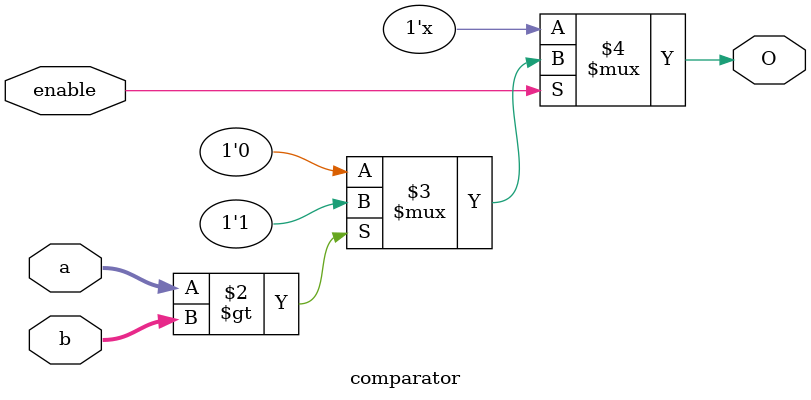
<source format=v>
module comparator #(parameter WIDTH = 8) (
	input[WIDTH - 1:0] a,
	input[WIDTH - 1:0] b,
	input enable,
	output reg O);

	always @(*) begin
		if(enable) begin
			O <= (a > b) ? 1'b1 : 1'b0;
		end
	end

endmodule 
</source>
